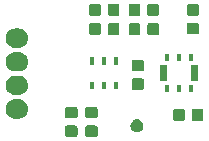
<source format=gts>
G04 #@! TF.GenerationSoftware,KiCad,Pcbnew,(5.1.2)-1*
G04 #@! TF.CreationDate,2020-06-14T00:48:43+09:00*
G04 #@! TF.ProjectId,es,65732e6b-6963-4616-945f-706362585858,v1.0*
G04 #@! TF.SameCoordinates,Original*
G04 #@! TF.FileFunction,Soldermask,Top*
G04 #@! TF.FilePolarity,Negative*
%FSLAX46Y46*%
G04 Gerber Fmt 4.6, Leading zero omitted, Abs format (unit mm)*
G04 Created by KiCad (PCBNEW (5.1.2)-1) date 2020-06-14 00:48:43*
%MOMM*%
%LPD*%
G04 APERTURE LIST*
%ADD10C,0.100000*%
G04 APERTURE END LIST*
D10*
G36*
X158689591Y-112405085D02*
G01*
X158723569Y-112415393D01*
X158754890Y-112432134D01*
X158782339Y-112454661D01*
X158804866Y-112482110D01*
X158821607Y-112513431D01*
X158831915Y-112547409D01*
X158836000Y-112588890D01*
X158836000Y-113190110D01*
X158831915Y-113231591D01*
X158821607Y-113265569D01*
X158804866Y-113296890D01*
X158782339Y-113324339D01*
X158754890Y-113346866D01*
X158723569Y-113363607D01*
X158689591Y-113373915D01*
X158648110Y-113378000D01*
X157971890Y-113378000D01*
X157930409Y-113373915D01*
X157896431Y-113363607D01*
X157865110Y-113346866D01*
X157837661Y-113324339D01*
X157815134Y-113296890D01*
X157798393Y-113265569D01*
X157788085Y-113231591D01*
X157784000Y-113190110D01*
X157784000Y-112588890D01*
X157788085Y-112547409D01*
X157798393Y-112513431D01*
X157815134Y-112482110D01*
X157837661Y-112454661D01*
X157865110Y-112432134D01*
X157896431Y-112415393D01*
X157930409Y-112405085D01*
X157971890Y-112401000D01*
X158648110Y-112401000D01*
X158689591Y-112405085D01*
X158689591Y-112405085D01*
G37*
G36*
X156989591Y-112405085D02*
G01*
X157023569Y-112415393D01*
X157054890Y-112432134D01*
X157082339Y-112454661D01*
X157104866Y-112482110D01*
X157121607Y-112513431D01*
X157131915Y-112547409D01*
X157136000Y-112588890D01*
X157136000Y-113190110D01*
X157131915Y-113231591D01*
X157121607Y-113265569D01*
X157104866Y-113296890D01*
X157082339Y-113324339D01*
X157054890Y-113346866D01*
X157023569Y-113363607D01*
X156989591Y-113373915D01*
X156948110Y-113378000D01*
X156271890Y-113378000D01*
X156230409Y-113373915D01*
X156196431Y-113363607D01*
X156165110Y-113346866D01*
X156137661Y-113324339D01*
X156115134Y-113296890D01*
X156098393Y-113265569D01*
X156088085Y-113231591D01*
X156084000Y-113190110D01*
X156084000Y-112588890D01*
X156088085Y-112547409D01*
X156098393Y-112513431D01*
X156115134Y-112482110D01*
X156137661Y-112454661D01*
X156165110Y-112432134D01*
X156196431Y-112415393D01*
X156230409Y-112405085D01*
X156271890Y-112401000D01*
X156948110Y-112401000D01*
X156989591Y-112405085D01*
X156989591Y-112405085D01*
G37*
G36*
X162330721Y-111890174D02*
G01*
X162430995Y-111931709D01*
X162465046Y-111954461D01*
X162521242Y-111992010D01*
X162597990Y-112068758D01*
X162597991Y-112068760D01*
X162658291Y-112159005D01*
X162699826Y-112259279D01*
X162721000Y-112365730D01*
X162721000Y-112474270D01*
X162699826Y-112580721D01*
X162658291Y-112680995D01*
X162658290Y-112680996D01*
X162597990Y-112771242D01*
X162521242Y-112847990D01*
X162475812Y-112878345D01*
X162430995Y-112908291D01*
X162330721Y-112949826D01*
X162224270Y-112971000D01*
X162115730Y-112971000D01*
X162009279Y-112949826D01*
X161909005Y-112908291D01*
X161864188Y-112878345D01*
X161818758Y-112847990D01*
X161742010Y-112771242D01*
X161681710Y-112680996D01*
X161681709Y-112680995D01*
X161640174Y-112580721D01*
X161619000Y-112474270D01*
X161619000Y-112365730D01*
X161640174Y-112259279D01*
X161681709Y-112159005D01*
X161742009Y-112068760D01*
X161742010Y-112068758D01*
X161818758Y-111992010D01*
X161874954Y-111954461D01*
X161909005Y-111931709D01*
X162009279Y-111890174D01*
X162115730Y-111869000D01*
X162224270Y-111869000D01*
X162330721Y-111890174D01*
X162330721Y-111890174D01*
G37*
G36*
X166062591Y-110978085D02*
G01*
X166096569Y-110988393D01*
X166127890Y-111005134D01*
X166155339Y-111027661D01*
X166177866Y-111055110D01*
X166194607Y-111086431D01*
X166204915Y-111120409D01*
X166209000Y-111161890D01*
X166209000Y-111838110D01*
X166204915Y-111879591D01*
X166194607Y-111913569D01*
X166177866Y-111944890D01*
X166155339Y-111972339D01*
X166127890Y-111994866D01*
X166096569Y-112011607D01*
X166062591Y-112021915D01*
X166021110Y-112026000D01*
X165419890Y-112026000D01*
X165378409Y-112021915D01*
X165344431Y-112011607D01*
X165313110Y-111994866D01*
X165285661Y-111972339D01*
X165263134Y-111944890D01*
X165246393Y-111913569D01*
X165236085Y-111879591D01*
X165232000Y-111838110D01*
X165232000Y-111161890D01*
X165236085Y-111120409D01*
X165246393Y-111086431D01*
X165263134Y-111055110D01*
X165285661Y-111027661D01*
X165313110Y-111005134D01*
X165344431Y-110988393D01*
X165378409Y-110978085D01*
X165419890Y-110974000D01*
X166021110Y-110974000D01*
X166062591Y-110978085D01*
X166062591Y-110978085D01*
G37*
G36*
X167637591Y-110978085D02*
G01*
X167671569Y-110988393D01*
X167702890Y-111005134D01*
X167730339Y-111027661D01*
X167752866Y-111055110D01*
X167769607Y-111086431D01*
X167779915Y-111120409D01*
X167784000Y-111161890D01*
X167784000Y-111838110D01*
X167779915Y-111879591D01*
X167769607Y-111913569D01*
X167752866Y-111944890D01*
X167730339Y-111972339D01*
X167702890Y-111994866D01*
X167671569Y-112011607D01*
X167637591Y-112021915D01*
X167596110Y-112026000D01*
X166994890Y-112026000D01*
X166953409Y-112021915D01*
X166919431Y-112011607D01*
X166888110Y-111994866D01*
X166860661Y-111972339D01*
X166838134Y-111944890D01*
X166821393Y-111913569D01*
X166811085Y-111879591D01*
X166807000Y-111838110D01*
X166807000Y-111161890D01*
X166811085Y-111120409D01*
X166821393Y-111086431D01*
X166838134Y-111055110D01*
X166860661Y-111027661D01*
X166888110Y-111005134D01*
X166919431Y-110988393D01*
X166953409Y-110978085D01*
X166994890Y-110974000D01*
X167596110Y-110974000D01*
X167637591Y-110978085D01*
X167637591Y-110978085D01*
G37*
G36*
X152217747Y-110190921D02*
G01*
X152297376Y-110198764D01*
X152450627Y-110245252D01*
X152450630Y-110245253D01*
X152591863Y-110320744D01*
X152715659Y-110422341D01*
X152817256Y-110546137D01*
X152892747Y-110687370D01*
X152892748Y-110687373D01*
X152939236Y-110840624D01*
X152954933Y-111000000D01*
X152939236Y-111159376D01*
X152892748Y-111312627D01*
X152892747Y-111312630D01*
X152817256Y-111453863D01*
X152715659Y-111577659D01*
X152591863Y-111679256D01*
X152450630Y-111754747D01*
X152450627Y-111754748D01*
X152297376Y-111801236D01*
X152217747Y-111809079D01*
X152177934Y-111813000D01*
X151822066Y-111813000D01*
X151782253Y-111809079D01*
X151702624Y-111801236D01*
X151549373Y-111754748D01*
X151549370Y-111754747D01*
X151408137Y-111679256D01*
X151284341Y-111577659D01*
X151182744Y-111453863D01*
X151107253Y-111312630D01*
X151107252Y-111312627D01*
X151060764Y-111159376D01*
X151045067Y-111000000D01*
X151060764Y-110840624D01*
X151107252Y-110687373D01*
X151107253Y-110687370D01*
X151182744Y-110546137D01*
X151284341Y-110422341D01*
X151408137Y-110320744D01*
X151549370Y-110245253D01*
X151549373Y-110245252D01*
X151702624Y-110198764D01*
X151782253Y-110190921D01*
X151822066Y-110187000D01*
X152177934Y-110187000D01*
X152217747Y-110190921D01*
X152217747Y-110190921D01*
G37*
G36*
X156989591Y-110830085D02*
G01*
X157023569Y-110840393D01*
X157054890Y-110857134D01*
X157082339Y-110879661D01*
X157104866Y-110907110D01*
X157121607Y-110938431D01*
X157131915Y-110972409D01*
X157136000Y-111013890D01*
X157136000Y-111615110D01*
X157131915Y-111656591D01*
X157121607Y-111690569D01*
X157104866Y-111721890D01*
X157082339Y-111749339D01*
X157054890Y-111771866D01*
X157023569Y-111788607D01*
X156989591Y-111798915D01*
X156948110Y-111803000D01*
X156271890Y-111803000D01*
X156230409Y-111798915D01*
X156196431Y-111788607D01*
X156165110Y-111771866D01*
X156137661Y-111749339D01*
X156115134Y-111721890D01*
X156098393Y-111690569D01*
X156088085Y-111656591D01*
X156084000Y-111615110D01*
X156084000Y-111013890D01*
X156088085Y-110972409D01*
X156098393Y-110938431D01*
X156115134Y-110907110D01*
X156137661Y-110879661D01*
X156165110Y-110857134D01*
X156196431Y-110840393D01*
X156230409Y-110830085D01*
X156271890Y-110826000D01*
X156948110Y-110826000D01*
X156989591Y-110830085D01*
X156989591Y-110830085D01*
G37*
G36*
X158689591Y-110830085D02*
G01*
X158723569Y-110840393D01*
X158754890Y-110857134D01*
X158782339Y-110879661D01*
X158804866Y-110907110D01*
X158821607Y-110938431D01*
X158831915Y-110972409D01*
X158836000Y-111013890D01*
X158836000Y-111615110D01*
X158831915Y-111656591D01*
X158821607Y-111690569D01*
X158804866Y-111721890D01*
X158782339Y-111749339D01*
X158754890Y-111771866D01*
X158723569Y-111788607D01*
X158689591Y-111798915D01*
X158648110Y-111803000D01*
X157971890Y-111803000D01*
X157930409Y-111798915D01*
X157896431Y-111788607D01*
X157865110Y-111771866D01*
X157837661Y-111749339D01*
X157815134Y-111721890D01*
X157798393Y-111690569D01*
X157788085Y-111656591D01*
X157784000Y-111615110D01*
X157784000Y-111013890D01*
X157788085Y-110972409D01*
X157798393Y-110938431D01*
X157815134Y-110907110D01*
X157837661Y-110879661D01*
X157865110Y-110857134D01*
X157896431Y-110840393D01*
X157930409Y-110830085D01*
X157971890Y-110826000D01*
X158648110Y-110826000D01*
X158689591Y-110830085D01*
X158689591Y-110830085D01*
G37*
G36*
X152217747Y-108190921D02*
G01*
X152297376Y-108198764D01*
X152450627Y-108245252D01*
X152450630Y-108245253D01*
X152591863Y-108320744D01*
X152715659Y-108422341D01*
X152817256Y-108546137D01*
X152892747Y-108687370D01*
X152892748Y-108687373D01*
X152939236Y-108840624D01*
X152954933Y-109000000D01*
X152939236Y-109159376D01*
X152930128Y-109189401D01*
X152892747Y-109312630D01*
X152817256Y-109453863D01*
X152715659Y-109577659D01*
X152591863Y-109679256D01*
X152450630Y-109754747D01*
X152450627Y-109754748D01*
X152297376Y-109801236D01*
X152217747Y-109809079D01*
X152177934Y-109813000D01*
X151822066Y-109813000D01*
X151782253Y-109809079D01*
X151702624Y-109801236D01*
X151549373Y-109754748D01*
X151549370Y-109754747D01*
X151408137Y-109679256D01*
X151284341Y-109577659D01*
X151182744Y-109453863D01*
X151107253Y-109312630D01*
X151069872Y-109189401D01*
X151060764Y-109159376D01*
X151045067Y-109000000D01*
X151060764Y-108840624D01*
X151107252Y-108687373D01*
X151107253Y-108687370D01*
X151182744Y-108546137D01*
X151284341Y-108422341D01*
X151408137Y-108320744D01*
X151549370Y-108245253D01*
X151549373Y-108245252D01*
X151702624Y-108198764D01*
X151782253Y-108190921D01*
X151822066Y-108187000D01*
X152177934Y-108187000D01*
X152217747Y-108190921D01*
X152217747Y-108190921D01*
G37*
G36*
X165886000Y-109551000D02*
G01*
X165534000Y-109551000D01*
X165534000Y-108949000D01*
X165886000Y-108949000D01*
X165886000Y-109551000D01*
X165886000Y-109551000D01*
G37*
G36*
X166886000Y-109551000D02*
G01*
X166534000Y-109551000D01*
X166534000Y-108949000D01*
X166886000Y-108949000D01*
X166886000Y-109551000D01*
X166886000Y-109551000D01*
G37*
G36*
X164886000Y-109551000D02*
G01*
X164534000Y-109551000D01*
X164534000Y-108949000D01*
X164886000Y-108949000D01*
X164886000Y-109551000D01*
X164886000Y-109551000D01*
G37*
G36*
X162629591Y-108413085D02*
G01*
X162663569Y-108423393D01*
X162694890Y-108440134D01*
X162722339Y-108462661D01*
X162744866Y-108490110D01*
X162761607Y-108521431D01*
X162771915Y-108555409D01*
X162776000Y-108596890D01*
X162776000Y-109198110D01*
X162771915Y-109239591D01*
X162761607Y-109273569D01*
X162744866Y-109304890D01*
X162722339Y-109332339D01*
X162694890Y-109354866D01*
X162663569Y-109371607D01*
X162629591Y-109381915D01*
X162588110Y-109386000D01*
X161911890Y-109386000D01*
X161870409Y-109381915D01*
X161836431Y-109371607D01*
X161805110Y-109354866D01*
X161777661Y-109332339D01*
X161755134Y-109304890D01*
X161738393Y-109273569D01*
X161728085Y-109239591D01*
X161724000Y-109198110D01*
X161724000Y-108596890D01*
X161728085Y-108555409D01*
X161738393Y-108521431D01*
X161755134Y-108490110D01*
X161777661Y-108462661D01*
X161805110Y-108440134D01*
X161836431Y-108423393D01*
X161870409Y-108413085D01*
X161911890Y-108409000D01*
X162588110Y-108409000D01*
X162629591Y-108413085D01*
X162629591Y-108413085D01*
G37*
G36*
X158536000Y-109341000D02*
G01*
X158184000Y-109341000D01*
X158184000Y-108739000D01*
X158536000Y-108739000D01*
X158536000Y-109341000D01*
X158536000Y-109341000D01*
G37*
G36*
X160536000Y-109341000D02*
G01*
X160184000Y-109341000D01*
X160184000Y-108739000D01*
X160536000Y-108739000D01*
X160536000Y-109341000D01*
X160536000Y-109341000D01*
G37*
G36*
X159536000Y-109341000D02*
G01*
X159184000Y-109341000D01*
X159184000Y-108739000D01*
X159536000Y-108739000D01*
X159536000Y-109341000D01*
X159536000Y-109341000D01*
G37*
G36*
X167311000Y-108626000D02*
G01*
X166709000Y-108626000D01*
X166709000Y-107274000D01*
X167311000Y-107274000D01*
X167311000Y-108626000D01*
X167311000Y-108626000D01*
G37*
G36*
X164711000Y-108626000D02*
G01*
X164109000Y-108626000D01*
X164109000Y-107274000D01*
X164711000Y-107274000D01*
X164711000Y-108626000D01*
X164711000Y-108626000D01*
G37*
G36*
X152217747Y-106190921D02*
G01*
X152297376Y-106198764D01*
X152450627Y-106245252D01*
X152450630Y-106245253D01*
X152591863Y-106320744D01*
X152715659Y-106422341D01*
X152817256Y-106546137D01*
X152892747Y-106687370D01*
X152892748Y-106687373D01*
X152939236Y-106840624D01*
X152954933Y-107000000D01*
X152939236Y-107159376D01*
X152904465Y-107274000D01*
X152892747Y-107312630D01*
X152817256Y-107453863D01*
X152715659Y-107577659D01*
X152591863Y-107679256D01*
X152450630Y-107754747D01*
X152450627Y-107754748D01*
X152297376Y-107801236D01*
X152217747Y-107809079D01*
X152177934Y-107813000D01*
X151822066Y-107813000D01*
X151782253Y-107809079D01*
X151702624Y-107801236D01*
X151549373Y-107754748D01*
X151549370Y-107754747D01*
X151408137Y-107679256D01*
X151284341Y-107577659D01*
X151182744Y-107453863D01*
X151107253Y-107312630D01*
X151095535Y-107274000D01*
X151060764Y-107159376D01*
X151045067Y-107000000D01*
X151060764Y-106840624D01*
X151107252Y-106687373D01*
X151107253Y-106687370D01*
X151182744Y-106546137D01*
X151284341Y-106422341D01*
X151408137Y-106320744D01*
X151549370Y-106245253D01*
X151549373Y-106245252D01*
X151702624Y-106198764D01*
X151782253Y-106190921D01*
X151822066Y-106187000D01*
X152177934Y-106187000D01*
X152217747Y-106190921D01*
X152217747Y-106190921D01*
G37*
G36*
X162629591Y-106838085D02*
G01*
X162663569Y-106848393D01*
X162694890Y-106865134D01*
X162722339Y-106887661D01*
X162744866Y-106915110D01*
X162761607Y-106946431D01*
X162771915Y-106980409D01*
X162776000Y-107021890D01*
X162776000Y-107623110D01*
X162771915Y-107664591D01*
X162761607Y-107698569D01*
X162744866Y-107729890D01*
X162722339Y-107757339D01*
X162694890Y-107779866D01*
X162663569Y-107796607D01*
X162629591Y-107806915D01*
X162588110Y-107811000D01*
X161911890Y-107811000D01*
X161870409Y-107806915D01*
X161836431Y-107796607D01*
X161805110Y-107779866D01*
X161777661Y-107757339D01*
X161755134Y-107729890D01*
X161738393Y-107698569D01*
X161728085Y-107664591D01*
X161724000Y-107623110D01*
X161724000Y-107021890D01*
X161728085Y-106980409D01*
X161738393Y-106946431D01*
X161755134Y-106915110D01*
X161777661Y-106887661D01*
X161805110Y-106865134D01*
X161836431Y-106848393D01*
X161870409Y-106838085D01*
X161911890Y-106834000D01*
X162588110Y-106834000D01*
X162629591Y-106838085D01*
X162629591Y-106838085D01*
G37*
G36*
X158536000Y-107241000D02*
G01*
X158184000Y-107241000D01*
X158184000Y-106639000D01*
X158536000Y-106639000D01*
X158536000Y-107241000D01*
X158536000Y-107241000D01*
G37*
G36*
X160536000Y-107241000D02*
G01*
X160184000Y-107241000D01*
X160184000Y-106639000D01*
X160536000Y-106639000D01*
X160536000Y-107241000D01*
X160536000Y-107241000D01*
G37*
G36*
X159536000Y-107241000D02*
G01*
X159184000Y-107241000D01*
X159184000Y-106639000D01*
X159536000Y-106639000D01*
X159536000Y-107241000D01*
X159536000Y-107241000D01*
G37*
G36*
X164886000Y-106951000D02*
G01*
X164534000Y-106951000D01*
X164534000Y-106349000D01*
X164886000Y-106349000D01*
X164886000Y-106951000D01*
X164886000Y-106951000D01*
G37*
G36*
X166886000Y-106951000D02*
G01*
X166534000Y-106951000D01*
X166534000Y-106349000D01*
X166886000Y-106349000D01*
X166886000Y-106951000D01*
X166886000Y-106951000D01*
G37*
G36*
X165886000Y-106951000D02*
G01*
X165534000Y-106951000D01*
X165534000Y-106349000D01*
X165886000Y-106349000D01*
X165886000Y-106951000D01*
X165886000Y-106951000D01*
G37*
G36*
X152217747Y-104190921D02*
G01*
X152297376Y-104198764D01*
X152450627Y-104245252D01*
X152450630Y-104245253D01*
X152591863Y-104320744D01*
X152715659Y-104422341D01*
X152817256Y-104546137D01*
X152892747Y-104687370D01*
X152892748Y-104687373D01*
X152939236Y-104840624D01*
X152954933Y-105000000D01*
X152939236Y-105159376D01*
X152892748Y-105312627D01*
X152892747Y-105312630D01*
X152817256Y-105453863D01*
X152715659Y-105577659D01*
X152591863Y-105679256D01*
X152450630Y-105754747D01*
X152450627Y-105754748D01*
X152297376Y-105801236D01*
X152217747Y-105809079D01*
X152177934Y-105813000D01*
X151822066Y-105813000D01*
X151782253Y-105809079D01*
X151702624Y-105801236D01*
X151549373Y-105754748D01*
X151549370Y-105754747D01*
X151408137Y-105679256D01*
X151284341Y-105577659D01*
X151182744Y-105453863D01*
X151107253Y-105312630D01*
X151107252Y-105312627D01*
X151060764Y-105159376D01*
X151045067Y-105000000D01*
X151060764Y-104840624D01*
X151107252Y-104687373D01*
X151107253Y-104687370D01*
X151182744Y-104546137D01*
X151284341Y-104422341D01*
X151408137Y-104320744D01*
X151549370Y-104245253D01*
X151549373Y-104245252D01*
X151702624Y-104198764D01*
X151782253Y-104190921D01*
X151822066Y-104187000D01*
X152177934Y-104187000D01*
X152217747Y-104190921D01*
X152217747Y-104190921D01*
G37*
G36*
X163879591Y-103718085D02*
G01*
X163913569Y-103728393D01*
X163944890Y-103745134D01*
X163972339Y-103767661D01*
X163994866Y-103795110D01*
X164011607Y-103826431D01*
X164021915Y-103860409D01*
X164026000Y-103901890D01*
X164026000Y-104578110D01*
X164021915Y-104619591D01*
X164011607Y-104653569D01*
X163994866Y-104684890D01*
X163972339Y-104712339D01*
X163944890Y-104734866D01*
X163913569Y-104751607D01*
X163879591Y-104761915D01*
X163838110Y-104766000D01*
X163236890Y-104766000D01*
X163195409Y-104761915D01*
X163161431Y-104751607D01*
X163130110Y-104734866D01*
X163102661Y-104712339D01*
X163080134Y-104684890D01*
X163063393Y-104653569D01*
X163053085Y-104619591D01*
X163049000Y-104578110D01*
X163049000Y-103901890D01*
X163053085Y-103860409D01*
X163063393Y-103826431D01*
X163080134Y-103795110D01*
X163102661Y-103767661D01*
X163130110Y-103745134D01*
X163161431Y-103728393D01*
X163195409Y-103718085D01*
X163236890Y-103714000D01*
X163838110Y-103714000D01*
X163879591Y-103718085D01*
X163879591Y-103718085D01*
G37*
G36*
X158966591Y-103718085D02*
G01*
X159000569Y-103728393D01*
X159031890Y-103745134D01*
X159059339Y-103767661D01*
X159081866Y-103795110D01*
X159098607Y-103826431D01*
X159108915Y-103860409D01*
X159113000Y-103901890D01*
X159113000Y-104578110D01*
X159108915Y-104619591D01*
X159098607Y-104653569D01*
X159081866Y-104684890D01*
X159059339Y-104712339D01*
X159031890Y-104734866D01*
X159000569Y-104751607D01*
X158966591Y-104761915D01*
X158925110Y-104766000D01*
X158323890Y-104766000D01*
X158282409Y-104761915D01*
X158248431Y-104751607D01*
X158217110Y-104734866D01*
X158189661Y-104712339D01*
X158167134Y-104684890D01*
X158150393Y-104653569D01*
X158140085Y-104619591D01*
X158136000Y-104578110D01*
X158136000Y-103901890D01*
X158140085Y-103860409D01*
X158150393Y-103826431D01*
X158167134Y-103795110D01*
X158189661Y-103767661D01*
X158217110Y-103745134D01*
X158248431Y-103728393D01*
X158282409Y-103718085D01*
X158323890Y-103714000D01*
X158925110Y-103714000D01*
X158966591Y-103718085D01*
X158966591Y-103718085D01*
G37*
G36*
X160541591Y-103718085D02*
G01*
X160575569Y-103728393D01*
X160606890Y-103745134D01*
X160634339Y-103767661D01*
X160656866Y-103795110D01*
X160673607Y-103826431D01*
X160683915Y-103860409D01*
X160688000Y-103901890D01*
X160688000Y-104578110D01*
X160683915Y-104619591D01*
X160673607Y-104653569D01*
X160656866Y-104684890D01*
X160634339Y-104712339D01*
X160606890Y-104734866D01*
X160575569Y-104751607D01*
X160541591Y-104761915D01*
X160500110Y-104766000D01*
X159898890Y-104766000D01*
X159857409Y-104761915D01*
X159823431Y-104751607D01*
X159792110Y-104734866D01*
X159764661Y-104712339D01*
X159742134Y-104684890D01*
X159725393Y-104653569D01*
X159715085Y-104619591D01*
X159711000Y-104578110D01*
X159711000Y-103901890D01*
X159715085Y-103860409D01*
X159725393Y-103826431D01*
X159742134Y-103795110D01*
X159764661Y-103767661D01*
X159792110Y-103745134D01*
X159823431Y-103728393D01*
X159857409Y-103718085D01*
X159898890Y-103714000D01*
X160500110Y-103714000D01*
X160541591Y-103718085D01*
X160541591Y-103718085D01*
G37*
G36*
X162304591Y-103718085D02*
G01*
X162338569Y-103728393D01*
X162369890Y-103745134D01*
X162397339Y-103767661D01*
X162419866Y-103795110D01*
X162436607Y-103826431D01*
X162446915Y-103860409D01*
X162451000Y-103901890D01*
X162451000Y-104578110D01*
X162446915Y-104619591D01*
X162436607Y-104653569D01*
X162419866Y-104684890D01*
X162397339Y-104712339D01*
X162369890Y-104734866D01*
X162338569Y-104751607D01*
X162304591Y-104761915D01*
X162263110Y-104766000D01*
X161661890Y-104766000D01*
X161620409Y-104761915D01*
X161586431Y-104751607D01*
X161555110Y-104734866D01*
X161527661Y-104712339D01*
X161505134Y-104684890D01*
X161488393Y-104653569D01*
X161478085Y-104619591D01*
X161474000Y-104578110D01*
X161474000Y-103901890D01*
X161478085Y-103860409D01*
X161488393Y-103826431D01*
X161505134Y-103795110D01*
X161527661Y-103767661D01*
X161555110Y-103745134D01*
X161586431Y-103728393D01*
X161620409Y-103718085D01*
X161661890Y-103714000D01*
X162263110Y-103714000D01*
X162304591Y-103718085D01*
X162304591Y-103718085D01*
G37*
G36*
X167279591Y-103715085D02*
G01*
X167313569Y-103725393D01*
X167344890Y-103742134D01*
X167372339Y-103764661D01*
X167394866Y-103792110D01*
X167411607Y-103823431D01*
X167421915Y-103857409D01*
X167426000Y-103898890D01*
X167426000Y-104500110D01*
X167421915Y-104541591D01*
X167411607Y-104575569D01*
X167394866Y-104606890D01*
X167372339Y-104634339D01*
X167344890Y-104656866D01*
X167313569Y-104673607D01*
X167279591Y-104683915D01*
X167238110Y-104688000D01*
X166561890Y-104688000D01*
X166520409Y-104683915D01*
X166486431Y-104673607D01*
X166455110Y-104656866D01*
X166427661Y-104634339D01*
X166405134Y-104606890D01*
X166388393Y-104575569D01*
X166378085Y-104541591D01*
X166374000Y-104500110D01*
X166374000Y-103898890D01*
X166378085Y-103857409D01*
X166388393Y-103823431D01*
X166405134Y-103792110D01*
X166427661Y-103764661D01*
X166455110Y-103742134D01*
X166486431Y-103725393D01*
X166520409Y-103715085D01*
X166561890Y-103711000D01*
X167238110Y-103711000D01*
X167279591Y-103715085D01*
X167279591Y-103715085D01*
G37*
G36*
X163877591Y-102078085D02*
G01*
X163911569Y-102088393D01*
X163942890Y-102105134D01*
X163970339Y-102127661D01*
X163992866Y-102155110D01*
X164009607Y-102186431D01*
X164019915Y-102220409D01*
X164024000Y-102261890D01*
X164024000Y-102938110D01*
X164019915Y-102979591D01*
X164009607Y-103013569D01*
X163992866Y-103044890D01*
X163970339Y-103072339D01*
X163942890Y-103094866D01*
X163911569Y-103111607D01*
X163877591Y-103121915D01*
X163836110Y-103126000D01*
X163234890Y-103126000D01*
X163193409Y-103121915D01*
X163159431Y-103111607D01*
X163128110Y-103094866D01*
X163100661Y-103072339D01*
X163078134Y-103044890D01*
X163061393Y-103013569D01*
X163051085Y-102979591D01*
X163047000Y-102938110D01*
X163047000Y-102261890D01*
X163051085Y-102220409D01*
X163061393Y-102186431D01*
X163078134Y-102155110D01*
X163100661Y-102127661D01*
X163128110Y-102105134D01*
X163159431Y-102088393D01*
X163193409Y-102078085D01*
X163234890Y-102074000D01*
X163836110Y-102074000D01*
X163877591Y-102078085D01*
X163877591Y-102078085D01*
G37*
G36*
X160541591Y-102078085D02*
G01*
X160575569Y-102088393D01*
X160606890Y-102105134D01*
X160634339Y-102127661D01*
X160656866Y-102155110D01*
X160673607Y-102186431D01*
X160683915Y-102220409D01*
X160688000Y-102261890D01*
X160688000Y-102938110D01*
X160683915Y-102979591D01*
X160673607Y-103013569D01*
X160656866Y-103044890D01*
X160634339Y-103072339D01*
X160606890Y-103094866D01*
X160575569Y-103111607D01*
X160541591Y-103121915D01*
X160500110Y-103126000D01*
X159898890Y-103126000D01*
X159857409Y-103121915D01*
X159823431Y-103111607D01*
X159792110Y-103094866D01*
X159764661Y-103072339D01*
X159742134Y-103044890D01*
X159725393Y-103013569D01*
X159715085Y-102979591D01*
X159711000Y-102938110D01*
X159711000Y-102261890D01*
X159715085Y-102220409D01*
X159725393Y-102186431D01*
X159742134Y-102155110D01*
X159764661Y-102127661D01*
X159792110Y-102105134D01*
X159823431Y-102088393D01*
X159857409Y-102078085D01*
X159898890Y-102074000D01*
X160500110Y-102074000D01*
X160541591Y-102078085D01*
X160541591Y-102078085D01*
G37*
G36*
X162302591Y-102078085D02*
G01*
X162336569Y-102088393D01*
X162367890Y-102105134D01*
X162395339Y-102127661D01*
X162417866Y-102155110D01*
X162434607Y-102186431D01*
X162444915Y-102220409D01*
X162449000Y-102261890D01*
X162449000Y-102938110D01*
X162444915Y-102979591D01*
X162434607Y-103013569D01*
X162417866Y-103044890D01*
X162395339Y-103072339D01*
X162367890Y-103094866D01*
X162336569Y-103111607D01*
X162302591Y-103121915D01*
X162261110Y-103126000D01*
X161659890Y-103126000D01*
X161618409Y-103121915D01*
X161584431Y-103111607D01*
X161553110Y-103094866D01*
X161525661Y-103072339D01*
X161503134Y-103044890D01*
X161486393Y-103013569D01*
X161476085Y-102979591D01*
X161472000Y-102938110D01*
X161472000Y-102261890D01*
X161476085Y-102220409D01*
X161486393Y-102186431D01*
X161503134Y-102155110D01*
X161525661Y-102127661D01*
X161553110Y-102105134D01*
X161584431Y-102088393D01*
X161618409Y-102078085D01*
X161659890Y-102074000D01*
X162261110Y-102074000D01*
X162302591Y-102078085D01*
X162302591Y-102078085D01*
G37*
G36*
X158966591Y-102078085D02*
G01*
X159000569Y-102088393D01*
X159031890Y-102105134D01*
X159059339Y-102127661D01*
X159081866Y-102155110D01*
X159098607Y-102186431D01*
X159108915Y-102220409D01*
X159113000Y-102261890D01*
X159113000Y-102938110D01*
X159108915Y-102979591D01*
X159098607Y-103013569D01*
X159081866Y-103044890D01*
X159059339Y-103072339D01*
X159031890Y-103094866D01*
X159000569Y-103111607D01*
X158966591Y-103121915D01*
X158925110Y-103126000D01*
X158323890Y-103126000D01*
X158282409Y-103121915D01*
X158248431Y-103111607D01*
X158217110Y-103094866D01*
X158189661Y-103072339D01*
X158167134Y-103044890D01*
X158150393Y-103013569D01*
X158140085Y-102979591D01*
X158136000Y-102938110D01*
X158136000Y-102261890D01*
X158140085Y-102220409D01*
X158150393Y-102186431D01*
X158167134Y-102155110D01*
X158189661Y-102127661D01*
X158217110Y-102105134D01*
X158248431Y-102088393D01*
X158282409Y-102078085D01*
X158323890Y-102074000D01*
X158925110Y-102074000D01*
X158966591Y-102078085D01*
X158966591Y-102078085D01*
G37*
G36*
X167279591Y-102140085D02*
G01*
X167313569Y-102150393D01*
X167344890Y-102167134D01*
X167372339Y-102189661D01*
X167394866Y-102217110D01*
X167411607Y-102248431D01*
X167421915Y-102282409D01*
X167426000Y-102323890D01*
X167426000Y-102925110D01*
X167421915Y-102966591D01*
X167411607Y-103000569D01*
X167394866Y-103031890D01*
X167372339Y-103059339D01*
X167344890Y-103081866D01*
X167313569Y-103098607D01*
X167279591Y-103108915D01*
X167238110Y-103113000D01*
X166561890Y-103113000D01*
X166520409Y-103108915D01*
X166486431Y-103098607D01*
X166455110Y-103081866D01*
X166427661Y-103059339D01*
X166405134Y-103031890D01*
X166388393Y-103000569D01*
X166378085Y-102966591D01*
X166374000Y-102925110D01*
X166374000Y-102323890D01*
X166378085Y-102282409D01*
X166388393Y-102248431D01*
X166405134Y-102217110D01*
X166427661Y-102189661D01*
X166455110Y-102167134D01*
X166486431Y-102150393D01*
X166520409Y-102140085D01*
X166561890Y-102136000D01*
X167238110Y-102136000D01*
X167279591Y-102140085D01*
X167279591Y-102140085D01*
G37*
M02*

</source>
